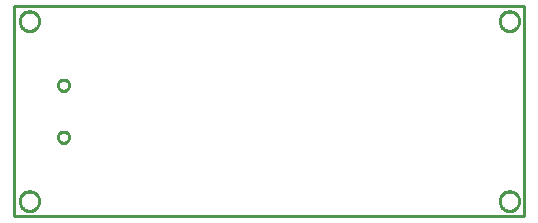
<source format=gbr>
G04 EAGLE Gerber RS-274X export*
G75*
%MOMM*%
%FSLAX34Y34*%
%LPD*%
%IN*%
%IPPOS*%
%AMOC8*
5,1,8,0,0,1.08239X$1,22.5*%
G01*
%ADD10C,0.254000*%


D10*
X0Y0D02*
X431800Y0D01*
X431800Y177800D01*
X0Y177800D01*
X0Y0D01*
X20955Y164694D02*
X20876Y163887D01*
X20717Y163092D01*
X20482Y162316D01*
X20171Y161566D01*
X19789Y160851D01*
X19338Y160177D01*
X18824Y159550D01*
X18250Y158976D01*
X17623Y158462D01*
X16949Y158011D01*
X16234Y157629D01*
X15484Y157318D01*
X14708Y157083D01*
X13913Y156925D01*
X13106Y156845D01*
X12294Y156845D01*
X11487Y156925D01*
X10692Y157083D01*
X9916Y157318D01*
X9166Y157629D01*
X8451Y158011D01*
X7777Y158462D01*
X7150Y158976D01*
X6576Y159550D01*
X6062Y160177D01*
X5611Y160851D01*
X5229Y161566D01*
X4918Y162316D01*
X4683Y163092D01*
X4525Y163887D01*
X4445Y164694D01*
X4445Y165506D01*
X4525Y166313D01*
X4683Y167108D01*
X4918Y167884D01*
X5229Y168634D01*
X5611Y169349D01*
X6062Y170023D01*
X6576Y170650D01*
X7150Y171224D01*
X7777Y171738D01*
X8451Y172189D01*
X9166Y172571D01*
X9916Y172882D01*
X10692Y173117D01*
X11487Y173276D01*
X12294Y173355D01*
X13106Y173355D01*
X13913Y173276D01*
X14708Y173117D01*
X15484Y172882D01*
X16234Y172571D01*
X16949Y172189D01*
X17623Y171738D01*
X18250Y171224D01*
X18824Y170650D01*
X19338Y170023D01*
X19789Y169349D01*
X20171Y168634D01*
X20482Y167884D01*
X20717Y167108D01*
X20876Y166313D01*
X20955Y165506D01*
X20955Y164694D01*
X20955Y12294D02*
X20876Y11487D01*
X20717Y10692D01*
X20482Y9916D01*
X20171Y9166D01*
X19789Y8451D01*
X19338Y7777D01*
X18824Y7150D01*
X18250Y6576D01*
X17623Y6062D01*
X16949Y5611D01*
X16234Y5229D01*
X15484Y4918D01*
X14708Y4683D01*
X13913Y4525D01*
X13106Y4445D01*
X12294Y4445D01*
X11487Y4525D01*
X10692Y4683D01*
X9916Y4918D01*
X9166Y5229D01*
X8451Y5611D01*
X7777Y6062D01*
X7150Y6576D01*
X6576Y7150D01*
X6062Y7777D01*
X5611Y8451D01*
X5229Y9166D01*
X4918Y9916D01*
X4683Y10692D01*
X4525Y11487D01*
X4445Y12294D01*
X4445Y13106D01*
X4525Y13913D01*
X4683Y14708D01*
X4918Y15484D01*
X5229Y16234D01*
X5611Y16949D01*
X6062Y17623D01*
X6576Y18250D01*
X7150Y18824D01*
X7777Y19338D01*
X8451Y19789D01*
X9166Y20171D01*
X9916Y20482D01*
X10692Y20717D01*
X11487Y20876D01*
X12294Y20955D01*
X13106Y20955D01*
X13913Y20876D01*
X14708Y20717D01*
X15484Y20482D01*
X16234Y20171D01*
X16949Y19789D01*
X17623Y19338D01*
X18250Y18824D01*
X18824Y18250D01*
X19338Y17623D01*
X19789Y16949D01*
X20171Y16234D01*
X20482Y15484D01*
X20717Y14708D01*
X20876Y13913D01*
X20955Y13106D01*
X20955Y12294D01*
X427355Y12294D02*
X427276Y11487D01*
X427117Y10692D01*
X426882Y9916D01*
X426571Y9166D01*
X426189Y8451D01*
X425738Y7777D01*
X425224Y7150D01*
X424650Y6576D01*
X424023Y6062D01*
X423349Y5611D01*
X422634Y5229D01*
X421884Y4918D01*
X421108Y4683D01*
X420313Y4525D01*
X419506Y4445D01*
X418694Y4445D01*
X417887Y4525D01*
X417092Y4683D01*
X416316Y4918D01*
X415566Y5229D01*
X414851Y5611D01*
X414177Y6062D01*
X413550Y6576D01*
X412976Y7150D01*
X412462Y7777D01*
X412011Y8451D01*
X411629Y9166D01*
X411318Y9916D01*
X411083Y10692D01*
X410925Y11487D01*
X410845Y12294D01*
X410845Y13106D01*
X410925Y13913D01*
X411083Y14708D01*
X411318Y15484D01*
X411629Y16234D01*
X412011Y16949D01*
X412462Y17623D01*
X412976Y18250D01*
X413550Y18824D01*
X414177Y19338D01*
X414851Y19789D01*
X415566Y20171D01*
X416316Y20482D01*
X417092Y20717D01*
X417887Y20876D01*
X418694Y20955D01*
X419506Y20955D01*
X420313Y20876D01*
X421108Y20717D01*
X421884Y20482D01*
X422634Y20171D01*
X423349Y19789D01*
X424023Y19338D01*
X424650Y18824D01*
X425224Y18250D01*
X425738Y17623D01*
X426189Y16949D01*
X426571Y16234D01*
X426882Y15484D01*
X427117Y14708D01*
X427276Y13913D01*
X427355Y13106D01*
X427355Y12294D01*
X427355Y164694D02*
X427276Y163887D01*
X427117Y163092D01*
X426882Y162316D01*
X426571Y161566D01*
X426189Y160851D01*
X425738Y160177D01*
X425224Y159550D01*
X424650Y158976D01*
X424023Y158462D01*
X423349Y158011D01*
X422634Y157629D01*
X421884Y157318D01*
X421108Y157083D01*
X420313Y156925D01*
X419506Y156845D01*
X418694Y156845D01*
X417887Y156925D01*
X417092Y157083D01*
X416316Y157318D01*
X415566Y157629D01*
X414851Y158011D01*
X414177Y158462D01*
X413550Y158976D01*
X412976Y159550D01*
X412462Y160177D01*
X412011Y160851D01*
X411629Y161566D01*
X411318Y162316D01*
X411083Y163092D01*
X410925Y163887D01*
X410845Y164694D01*
X410845Y165506D01*
X410925Y166313D01*
X411083Y167108D01*
X411318Y167884D01*
X411629Y168634D01*
X412011Y169349D01*
X412462Y170023D01*
X412976Y170650D01*
X413550Y171224D01*
X414177Y171738D01*
X414851Y172189D01*
X415566Y172571D01*
X416316Y172882D01*
X417092Y173117D01*
X417887Y173276D01*
X418694Y173355D01*
X419506Y173355D01*
X420313Y173276D01*
X421108Y173117D01*
X421884Y172882D01*
X422634Y172571D01*
X423349Y172189D01*
X424023Y171738D01*
X424650Y171224D01*
X425224Y170650D01*
X425738Y170023D01*
X426189Y169349D01*
X426571Y168634D01*
X426882Y167884D01*
X427117Y167108D01*
X427276Y166313D01*
X427355Y165506D01*
X427355Y164694D01*
X41879Y71648D02*
X42409Y71588D01*
X42929Y71470D01*
X43433Y71293D01*
X43913Y71062D01*
X44365Y70778D01*
X44782Y70445D01*
X45159Y70068D01*
X45492Y69651D01*
X45776Y69199D01*
X46007Y68719D01*
X46184Y68215D01*
X46302Y67695D01*
X46362Y67165D01*
X46362Y66631D01*
X46302Y66101D01*
X46184Y65581D01*
X46007Y65077D01*
X45776Y64597D01*
X45492Y64145D01*
X45159Y63728D01*
X44782Y63351D01*
X44365Y63018D01*
X43913Y62734D01*
X43433Y62503D01*
X42929Y62326D01*
X42409Y62208D01*
X41879Y62148D01*
X41345Y62148D01*
X40815Y62208D01*
X40295Y62326D01*
X39791Y62503D01*
X39311Y62734D01*
X38859Y63018D01*
X38442Y63351D01*
X38065Y63728D01*
X37732Y64145D01*
X37448Y64597D01*
X37217Y65077D01*
X37040Y65581D01*
X36922Y66101D01*
X36862Y66631D01*
X36862Y67165D01*
X36922Y67695D01*
X37040Y68215D01*
X37217Y68719D01*
X37448Y69199D01*
X37732Y69651D01*
X38065Y70068D01*
X38442Y70445D01*
X38859Y70778D01*
X39311Y71062D01*
X39791Y71293D01*
X40295Y71470D01*
X40815Y71588D01*
X41345Y71648D01*
X41879Y71648D01*
X41879Y115648D02*
X42409Y115588D01*
X42929Y115470D01*
X43433Y115293D01*
X43913Y115062D01*
X44365Y114778D01*
X44782Y114445D01*
X45159Y114068D01*
X45492Y113651D01*
X45776Y113199D01*
X46007Y112719D01*
X46184Y112215D01*
X46302Y111695D01*
X46362Y111165D01*
X46362Y110631D01*
X46302Y110101D01*
X46184Y109581D01*
X46007Y109077D01*
X45776Y108597D01*
X45492Y108145D01*
X45159Y107728D01*
X44782Y107351D01*
X44365Y107018D01*
X43913Y106734D01*
X43433Y106503D01*
X42929Y106326D01*
X42409Y106208D01*
X41879Y106148D01*
X41345Y106148D01*
X40815Y106208D01*
X40295Y106326D01*
X39791Y106503D01*
X39311Y106734D01*
X38859Y107018D01*
X38442Y107351D01*
X38065Y107728D01*
X37732Y108145D01*
X37448Y108597D01*
X37217Y109077D01*
X37040Y109581D01*
X36922Y110101D01*
X36862Y110631D01*
X36862Y111165D01*
X36922Y111695D01*
X37040Y112215D01*
X37217Y112719D01*
X37448Y113199D01*
X37732Y113651D01*
X38065Y114068D01*
X38442Y114445D01*
X38859Y114778D01*
X39311Y115062D01*
X39791Y115293D01*
X40295Y115470D01*
X40815Y115588D01*
X41345Y115648D01*
X41879Y115648D01*
M02*

</source>
